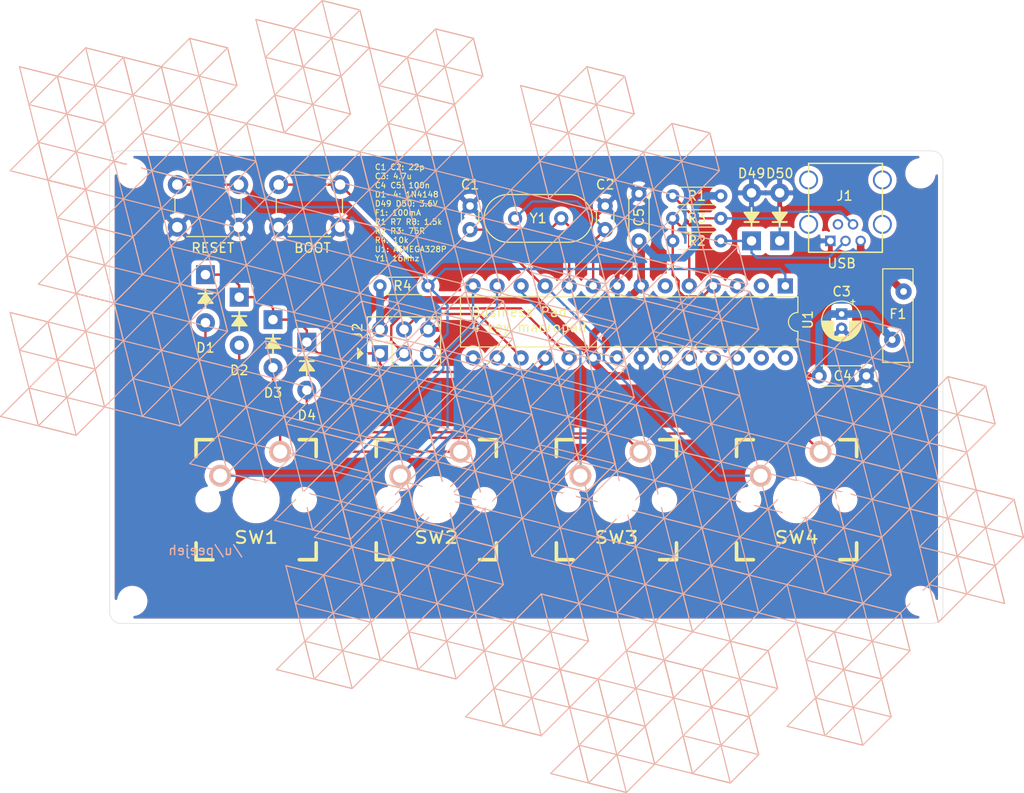
<source format=kicad_pcb>
(kicad_pcb (version 20171130) (host pcbnew "(5.1.4-0-10_14)")
  (layers (0 F.Cu signal) (31 B.Cu signal) (34 B.Paste user) (35 F.Paste user) (36 B.SilkS user) (37 F.SilkS user) (38 B.Mask user) (39 F.Mask user) (44 Edge.Cuts user))
  (net 0 "")
  (net 1 "Net-(C1-Pad1)")
  (net 2 GND)
  (net 3 "Net-(C2-Pad1)")
  (net 4 +5V)
  (net 5 "Net-(D1-Pad2)")
  (net 6 /ROW0)
  (net 7 "Net-(D2-Pad2)")
  (net 8 "Net-(D3-Pad2)")
  (net 9 "Net-(D4-Pad2)")
  (net 10 "Net-(D49-Pad1)")
  (net 11 "Net-(D50-Pad1)")
  (net 12 "Net-(F1-Pad1)")
  (net 13 "Net-(J1-Pad4)")
  (net 14 "Net-(J2-Pad3)")
  (net 15 "Net-(J2-Pad4)")
  (net 16 /RESET)
  (net 17 /USB_D+)
  (net 18 /USB_D-)
  (net 19 /COL0)
  (net 20 /COL1)
  (net 21 /COL2)
  (net 22 /COL3)
  (net 23 "Net-(U1-Pad2)")
  (net 24 "Net-(U1-Pad3)")
  (net 25 "Net-(U1-Pad26)")
  (net 26 "Net-(U1-Pad25)")
  (net 27 "Net-(U1-Pad24)")
  (net 28 "Net-(U1-Pad6)")
  (net 29 "Net-(U1-Pad23)")
  (net 30 "Net-(U1-Pad21)")
  (net 31 "Net-(U1-Pad15)")
  (net 32 "Net-(U1-Pad28)")
  (net 33 "Net-(U1-Pad27)")
  (net 34 "Net-(U1-Pad16)")
  (module Keyboard:Tripel (layer B.Cu) (at 150.01938 133.945875)
    (fp_text reference REF** hide)
    (fp_text value Tripel hide)
  )
  (module Keyboard:Tripel (layer B.Cu) (at 120.848945 107.1567)
    (fp_text reference REF** hide)
    (fp_text value Tripel hide)
  )
  (module Keyboard:DIODE (layer F.Cu) (at 112.514075 107.1567 270)
    (fp_text reference D1 (at 7.739095 -0.00046) (layer F.SilkS))
    (fp_text value 1N4148)
    (pad 2 thru_hole oval (at 5.08 0 270) (size 2 2) (drill 1) (layers *.Cu *.Mask) (net 5 "Net-(D1-Pad2)"))
    (pad 1 thru_hole rect (at 0 0 270) (size 2 2) (drill 1) (layers *.Cu *.Mask) (net 6 /ROW0))
  )
  (module Keyboard:DIODE (layer F.Cu) (at 119.658315 111.91922 270)
    (fp_text reference D3 (at 7.739095 0 180) (layer F.SilkS))
    (fp_text value 1N4148)
    (pad 2 thru_hole oval (at 5.08 0 270) (size 2 2) (drill 1) (layers *.Cu *.Mask) (net 8 "Net-(D3-Pad2)"))
    (pad 1 thru_hole rect (at 0 0 270) (size 2 2) (drill 1) (layers *.Cu *.Mask) (net 6 /ROW0))
  )
  (module Keyboard:DIODE (layer F.Cu) (at 123.230205 114.30048 270)
    (fp_text reference D4 (at 7.739095 0) (layer F.SilkS))
    (fp_text value 1N4148)
    (pad 2 thru_hole oval (at 5.08 0 270) (size 2 2) (drill 1) (layers *.Cu *.Mask) (net 9 "Net-(D4-Pad2)"))
    (pad 1 thru_hole rect (at 0 0 270) (size 2 2) (drill 1) (layers *.Cu *.Mask) (net 6 /ROW0))
  )
  (module Keyboard:DIODE (layer F.Cu) (at 170.259375 103.58438 90)
    (fp_text reference D49 (at 7.14335 0.000715) (layer F.SilkS))
    (fp_text value 3.6V)
    (pad 2 thru_hole oval (at 5.08 0 90) (size 2 2) (drill 1) (layers *.Cu *.Mask) (net 2 GND))
    (pad 1 thru_hole rect (at 0 0 90) (size 2 2) (drill 1) (layers *.Cu *.Mask) (net 10 "Net-(D49-Pad1)"))
  )
  (module Keyboard:DIODE (layer F.Cu) (at 173.236665 103.58438 90)
    (fp_text reference D50 (at 7.14335 0) (layer F.SilkS))
    (fp_text value 3.6V)
    (pad 2 thru_hole oval (at 5.08 0 90) (size 2 2) (drill 1) (layers *.Cu *.Mask) (net 2 GND))
    (pad 1 thru_hole rect (at 0 0 90) (size 2 2) (drill 1) (layers *.Cu *.Mask) (net 11 "Net-(D50-Pad1)"))
  )
  (module Keyboard:DIODE (layer F.Cu) (at 116.086425 109.53796 270)
    (fp_text reference D2 (at 7.739095 0 180) (layer F.SilkS))
    (fp_text value 1N4148)
    (pad 2 thru_hole oval (at 5.08 0 270) (size 2 2) (drill 1) (layers *.Cu *.Mask) (net 7 "Net-(D2-Pad2)"))
    (pad 1 thru_hole rect (at 0 0 270) (size 2 2) (drill 1) (layers *.Cu *.Mask) (net 6 /ROW0))
  )
  (module Package_DIP:DIP-28_W7.62mm (layer F.Cu) (at 173.83198 108.34733 270)
    (fp_text reference U1 (at 3.57189 -2.38126 90) (layer F.SilkS))
    (fp_text value ATMEGA328-PU)
    (pad 28 thru_hole oval (at 7.62 0 270) (size 1.6 1.6) (drill 0.8) (layers *.Cu *.Mask) (net 32 "Net-(U1-Pad28)"))
    (pad 14 thru_hole oval (at 0 33.02 270) (size 1.6 1.6) (drill 0.8) (layers *.Cu *.Mask) (net 19 /COL0))
    (pad 27 thru_hole oval (at 7.62 2.54 270) (size 1.6 1.6) (drill 0.8) (layers *.Cu *.Mask) (net 33 "Net-(U1-Pad27)"))
    (pad 13 thru_hole oval (at 0 30.48 270) (size 1.6 1.6) (drill 0.8) (layers *.Cu *.Mask) (net 20 /COL1))
    (pad 26 thru_hole oval (at 7.62 5.08 270) (size 1.6 1.6) (drill 0.8) (layers *.Cu *.Mask) (net 25 "Net-(U1-Pad26)"))
    (pad 12 thru_hole oval (at 0 27.94 270) (size 1.6 1.6) (drill 0.8) (layers *.Cu *.Mask) (net 21 /COL2))
    (pad 25 thru_hole oval (at 7.62 7.62 270) (size 1.6 1.6) (drill 0.8) (layers *.Cu *.Mask) (net 26 "Net-(U1-Pad25)"))
    (pad 11 thru_hole oval (at 0 25.4 270) (size 1.6 1.6) (drill 0.8) (layers *.Cu *.Mask) (net 22 /COL3))
    (pad 24 thru_hole oval (at 7.62 10.16 270) (size 1.6 1.6) (drill 0.8) (layers *.Cu *.Mask) (net 27 "Net-(U1-Pad24)"))
    (pad 10 thru_hole oval (at 0 22.86 270) (size 1.6 1.6) (drill 0.8) (layers *.Cu *.Mask) (net 1 "Net-(C1-Pad1)"))
    (pad 23 thru_hole oval (at 7.62 12.7 270) (size 1.6 1.6) (drill 0.8) (layers *.Cu *.Mask) (net 29 "Net-(U1-Pad23)"))
    (pad 9 thru_hole oval (at 0 20.32 270) (size 1.6 1.6) (drill 0.8) (layers *.Cu *.Mask) (net 3 "Net-(C2-Pad1)"))
    (pad 22 thru_hole oval (at 7.62 15.24 270) (size 1.6 1.6) (drill 0.8) (layers *.Cu *.Mask) (net 2 GND))
    (pad 8 thru_hole oval (at 0 17.78 270) (size 1.6 1.6) (drill 0.8) (layers *.Cu *.Mask) (net 2 GND))
    (pad 21 thru_hole oval (at 7.62 17.78 270) (size 1.6 1.6) (drill 0.8) (layers *.Cu *.Mask) (net 30 "Net-(U1-Pad21)"))
    (pad 7 thru_hole oval (at 0 15.24 270) (size 1.6 1.6) (drill 0.8) (layers *.Cu *.Mask) (net 4 +5V))
    (pad 20 thru_hole oval (at 7.62 20.32 270) (size 1.6 1.6) (drill 0.8) (layers *.Cu *.Mask) (net 4 +5V))
    (pad 6 thru_hole oval (at 0 12.7 270) (size 1.6 1.6) (drill 0.8) (layers *.Cu *.Mask) (net 28 "Net-(U1-Pad6)"))
    (pad 19 thru_hole oval (at 7.62 22.86 270) (size 1.6 1.6) (drill 0.8) (layers *.Cu *.Mask) (net 14 "Net-(J2-Pad3)"))
    (pad 5 thru_hole oval (at 0 10.16 270) (size 1.6 1.6) (drill 0.8) (layers *.Cu *.Mask) (net 18 /USB_D-))
    (pad 18 thru_hole oval (at 7.62 25.4 270) (size 1.6 1.6) (drill 0.8) (layers *.Cu *.Mask) (net 6 /ROW0))
    (pad 4 thru_hole oval (at 0 7.62 270) (size 1.6 1.6) (drill 0.8) (layers *.Cu *.Mask) (net 17 /USB_D+))
    (pad 17 thru_hole oval (at 7.62 27.94 270) (size 1.6 1.6) (drill 0.8) (layers *.Cu *.Mask) (net 15 "Net-(J2-Pad4)"))
    (pad 3 thru_hole oval (at 0 5.08 270) (size 1.6 1.6) (drill 0.8) (layers *.Cu *.Mask) (net 24 "Net-(U1-Pad3)"))
    (pad 16 thru_hole oval (at 7.62 30.48 270) (size 1.6 1.6) (drill 0.8) (layers *.Cu *.Mask) (net 34 "Net-(U1-Pad16)"))
    (pad 2 thru_hole oval (at 0 2.54 270) (size 1.6 1.6) (drill 0.8) (layers *.Cu *.Mask) (net 23 "Net-(U1-Pad2)"))
    (pad 15 thru_hole oval (at 7.62 33.02 270) (size 1.6 1.6) (drill 0.8) (layers *.Cu *.Mask) (net 31 "Net-(U1-Pad15)"))
    (pad 1 thru_hole rect (at 0 0 270) (size 1.6 1.6) (drill 0.8) (layers *.Cu *.Mask) (net 16 /RESET))
  )
  (module Connector_PinHeader_2.54mm:PinHeader_2x03_P2.54mm_Vertical (layer F.Cu) (at 130.96875 115.490625 90)
    (fp_text reference J2 (at 2.380775 -2.38071 90) (layer F.SilkS))
    (fp_text value AVR_ISP_6)
    (pad 6 thru_hole oval (at 2.54 5.08 90) (size 1.7 1.7) (drill 1) (layers *.Cu *.Mask) (net 2 GND))
    (pad 5 thru_hole oval (at 0 5.08 90) (size 1.7 1.7) (drill 1) (layers *.Cu *.Mask) (net 16 /RESET))
    (pad 4 thru_hole oval (at 2.54 2.54 90) (size 1.7 1.7) (drill 1) (layers *.Cu *.Mask) (net 15 "Net-(J2-Pad4)"))
    (pad 3 thru_hole oval (at 0 2.54 90) (size 1.7 1.7) (drill 1) (layers *.Cu *.Mask) (net 14 "Net-(J2-Pad3)"))
    (pad 2 thru_hole oval (at 2.54 0 90) (size 1.7 1.7) (drill 1) (layers *.Cu *.Mask) (net 4 +5V))
    (pad 1 thru_hole rect (at 0 0 90) (size 1.7 1.7) (drill 1) (layers *.Cu *.Mask) (net 6 /ROW0))
  )
  (module Crystal:Crystal_HC49-4H_Vertical (layer F.Cu) (at 145.25625 101.203135)
    (fp_text reference Y1 (at 2.44 0.000415) (layer F.SilkS))
    (fp_text value 16MHz)
    (pad 1 thru_hole circle (at 0 0) (size 1.5 1.5) (drill 0.8) (layers *.Cu *.Mask) (net 3 "Net-(C2-Pad1)"))
    (pad 2 thru_hole circle (at 4.88 0) (size 1.5 1.5) (drill 0.8) (layers *.Cu *.Mask) (net 1 "Net-(C1-Pad1)"))
  )
  (module Capacitor_THT:C_Disc_D3.0mm_W1.6mm_P2.50mm (layer F.Cu) (at 140.49375 102.39376 90)
    (fp_text reference C1 (at 4.7621 0.00059) (layer F.SilkS))
    (fp_text value 20p)
    (pad 1 thru_hole circle (at 0 0 90) (size 1.6 1.6) (drill 0.8) (layers *.Cu *.Mask) (net 1 "Net-(C1-Pad1)"))
    (pad 2 thru_hole circle (at 2.5 0 90) (size 1.6 1.6) (drill 0.8) (layers *.Cu *.Mask) (net 2 GND))
  )
  (module Capacitor_THT:C_Disc_D3.0mm_W1.6mm_P2.50mm (layer F.Cu) (at 154.78125 102.39376 90)
    (fp_text reference C2 (at 4.7621 0.00065 180) (layer F.SilkS))
    (fp_text value 20p)
    (pad 2 thru_hole circle (at 2.5 0 90) (size 1.6 1.6) (drill 0.8) (layers *.Cu *.Mask) (net 2 GND))
    (pad 1 thru_hole circle (at 0 0 90) (size 1.6 1.6) (drill 0.8) (layers *.Cu *.Mask) (net 3 "Net-(C2-Pad1)"))
  )
  (module Capacitor_THT:CP_Radial_D4.0mm_P1.50mm (layer F.Cu) (at 179.78513 111.323905 270)
    (fp_text reference C3 (at -2.380795 -0.000755 180) (layer F.SilkS))
    (fp_text value 4.7u)
    (pad 1 thru_hole rect (at 0 0 270) (size 1.2 1.2) (drill 0.6) (layers *.Cu *.Mask) (net 4 +5V))
    (pad 2 thru_hole circle (at 1.5 0 270) (size 1.2 1.2) (drill 0.6) (layers *.Cu *.Mask) (net 2 GND))
  )
  (module Capacitor_THT:C_Disc_D4.3mm_W1.9mm_P5.00mm (layer F.Cu) (at 177.403125 117.871875)
    (fp_text reference C4 (at 2.5 0.000495) (layer F.SilkS))
    (fp_text value 100n)
    (pad 1 thru_hole circle (at 0 0) (size 1.6 1.6) (drill 0.8) (layers *.Cu *.Mask) (net 4 +5V))
    (pad 2 thru_hole circle (at 5 0) (size 1.6 1.6) (drill 0.8) (layers *.Cu *.Mask) (net 2 GND))
  )
  (module Capacitor_THT:C_Disc_D4.3mm_W1.9mm_P5.00mm (layer F.Cu) (at 158.35379 103.58481 90)
    (fp_text reference C5 (at 2.5 0 90) (layer F.SilkS))
    (fp_text value 100n)
    (pad 2 thru_hole circle (at 5 0 90) (size 1.6 1.6) (drill 0.8) (layers *.Cu *.Mask) (net 2 GND))
    (pad 1 thru_hole circle (at 0 0 90) (size 1.6 1.6) (drill 0.8) (layers *.Cu *.Mask) (net 4 +5V))
  )
  (module MountingHole:MountingHole_2.2mm_M2 (layer F.Cu) (at 104.775 96.440625)
    (fp_text reference H1 hide)
    (fp_text value M2)
    (pad 1 np_thru_hole circle (at 0 0) (size 2.2 2.2) (drill 2.2) (layers *.Cu *.Mask))
  )
  (module MountingHole:MountingHole_2.2mm_M2 (layer F.Cu) (at 104.775 141.684375)
    (fp_text reference H2 hide)
    (fp_text value M2)
    (pad 1 np_thru_hole circle (at 0 0) (size 2.2 2.2) (drill 2.2) (layers *.Cu *.Mask))
  )
  (module MountingHole:MountingHole_2.2mm_M2 (layer F.Cu) (at 188.11875 141.684375)
    (fp_text reference H3 hide)
    (fp_text value M2)
    (pad 1 np_thru_hole circle (at 0 0) (size 2.2 2.2) (drill 2.2) (layers *.Cu *.Mask))
  )
  (module MountingHole:MountingHole_2.2mm_M2 (layer F.Cu) (at 188.11875 96.44103)
    (fp_text reference H4 hide)
    (fp_text value M2)
    (pad 1 np_thru_hole circle (at 0 0) (size 2.2 2.2) (drill 2.2) (layers *.Cu *.Mask))
  )
  (module Resistor_THT:R_Axial_DIN0204_L3.6mm_D1.6mm_P5.08mm_Horizontal (layer F.Cu) (at 161.925 98.82188)
    (fp_text reference R1 (at 2.54 0.00041) (layer F.SilkS))
    (fp_text value 1.5k)
    (pad 2 thru_hole oval (at 5.08 0) (size 1.4 1.4) (drill 0.7) (layers *.Cu *.Mask) (net 4 +5V))
    (pad 1 thru_hole circle (at 0 0) (size 1.4 1.4) (drill 0.7) (layers *.Cu *.Mask) (net 11 "Net-(D50-Pad1)"))
  )
  (module Resistor_THT:R_Axial_DIN0204_L3.6mm_D1.6mm_P5.08mm_Horizontal (layer F.Cu) (at 161.925 103.58438)
    (fp_text reference R2 (at 2.54 0.00043) (layer F.SilkS))
    (fp_text value 75R)
    (pad 1 thru_hole circle (at 0 0) (size 1.4 1.4) (drill 0.7) (layers *.Cu *.Mask) (net 17 /USB_D+))
    (pad 2 thru_hole oval (at 5.08 0) (size 1.4 1.4) (drill 0.7) (layers *.Cu *.Mask) (net 10 "Net-(D49-Pad1)"))
  )
  (module Resistor_THT:R_Axial_DIN0204_L3.6mm_D1.6mm_P5.08mm_Horizontal (layer F.Cu) (at 161.925 101.20313)
    (fp_text reference R3 (at 2.54 0.00042) (layer F.SilkS))
    (fp_text value 75R)
    (pad 2 thru_hole oval (at 5.08 0) (size 1.4 1.4) (drill 0.7) (layers *.Cu *.Mask) (net 11 "Net-(D50-Pad1)"))
    (pad 1 thru_hole circle (at 0 0) (size 1.4 1.4) (drill 0.7) (layers *.Cu *.Mask) (net 18 /USB_D-))
  )
  (module Resistor_THT:R_Axial_DIN0204_L3.6mm_D1.6mm_P5.08mm_Horizontal (layer F.Cu) (at 130.9693 108.34733)
    (fp_text reference R4 (at 2.38126 0.00041) (layer F.SilkS))
    (fp_text value 10k)
    (pad 1 thru_hole circle (at 0 0) (size 1.4 1.4) (drill 0.7) (layers *.Cu *.Mask) (net 4 +5V))
    (pad 2 thru_hole oval (at 5.08 0) (size 1.4 1.4) (drill 0.7) (layers *.Cu *.Mask) (net 16 /RESET))
  )
  (module Keyboard:MX (layer F.Cu) (at 117.871875 130.96875)
    (fp_text reference SW1 (at 0 4) (layer F.SilkS) (effects (font (size 1.27 1.524) (thickness 0.2032))))
    (fp_text value SW_Push hide)
    (pad 1 thru_hole circle (at 2.54 -5.08) (size 2.286 2.286) (drill 1.4986) (layers *.Cu *.SilkS *.Mask) (net 5 "Net-(D1-Pad2)"))
    (pad 2 thru_hole circle (at -3.81 -2.54) (size 2.286 2.286) (drill 1.4986) (layers *.Cu *.SilkS *.Mask) (net 19 /COL0))
    (pad HOLE np_thru_hole circle (at 0 0) (size 3.9878 3.9878) (drill 3.9878) (layers *.Cu))
    (pad "" np_thru_hole circle (at -5.08 0) (size 1.7018 1.7018) (drill 1.7018) (layers *.Cu *.Mask))
    (pad "" np_thru_hole circle (at 5.08 0) (size 1.7018 1.7018) (drill 1.7018) (layers *.Cu *.Mask))
  )
  (module Keyboard:MX (layer F.Cu) (at 136.921875 130.96875)
    (fp_text reference SW2 (at 0 4) (layer F.SilkS) (effects (font (size 1.27 1.524) (thickness 0.2032))))
    (fp_text value SW_Push hide)
    (pad 1 thru_hole circle (at 2.54 -5.08) (size 2.286 2.286) (drill 1.4986) (layers *.Cu *.SilkS *.Mask) (net 7 "Net-(D2-Pad2)"))
    (pad 2 thru_hole circle (at -3.81 -2.54) (size 2.286 2.286) (drill 1.4986) (layers *.Cu *.SilkS *.Mask) (net 20 /COL1))
    (pad HOLE np_thru_hole circle (at 0 0) (size 3.9878 3.9878) (drill 3.9878) (layers *.Cu))
    (pad "" np_thru_hole circle (at -5.08 0) (size 1.7018 1.7018) (drill 1.7018) (layers *.Cu *.Mask))
    (pad "" np_thru_hole circle (at 5.08 0) (size 1.7018 1.7018) (drill 1.7018) (layers *.Cu *.Mask))
  )
  (module Keyboard:MX (layer F.Cu) (at 155.971875 130.96875)
    (fp_text reference SW3 (at 0 4) (layer F.SilkS) (effects (font (size 1.27 1.524) (thickness 0.2032))))
    (fp_text value SW_Push hide)
    (pad "" np_thru_hole circle (at 5.08 0) (size 1.7018 1.7018) (drill 1.7018) (layers *.Cu *.Mask))
    (pad "" np_thru_hole circle (at -5.08 0) (size 1.7018 1.7018) (drill 1.7018) (layers *.Cu *.Mask))
    (pad HOLE np_thru_hole circle (at 0 0) (size 3.9878 3.9878) (drill 3.9878) (layers *.Cu))
    (pad 2 thru_hole circle (at -3.81 -2.54) (size 2.286 2.286) (drill 1.4986) (layers *.Cu *.SilkS *.Mask) (net 21 /COL2))
    (pad 1 thru_hole circle (at 2.54 -5.08) (size 2.286 2.286) (drill 1.4986) (layers *.Cu *.SilkS *.Mask) (net 8 "Net-(D3-Pad2)"))
  )
  (module Keyboard:MX (layer F.Cu) (at 175.021875 130.96875)
    (fp_text reference SW4 (at 0 4) (layer F.SilkS) (effects (font (size 1.27 1.524) (thickness 0.2032))))
    (fp_text value SW_Push hide)
    (pad 1 thru_hole circle (at 2.54 -5.08) (size 2.286 2.286) (drill 1.4986) (layers *.Cu *.SilkS *.Mask) (net 9 "Net-(D4-Pad2)"))
    (pad 2 thru_hole circle (at -3.81 -2.54) (size 2.286 2.286) (drill 1.4986) (layers *.Cu *.SilkS *.Mask) (net 22 /COL3))
    (pad HOLE np_thru_hole circle (at 0 0) (size 3.9878 3.9878) (drill 3.9878) (layers *.Cu))
    (pad "" np_thru_hole circle (at -5.08 0) (size 1.7018 1.7018) (drill 1.7018) (layers *.Cu *.Mask))
    (pad "" np_thru_hole circle (at 5.08 0) (size 1.7018 1.7018) (drill 1.7018) (layers *.Cu *.Mask))
  )
  (module Button_Switch_THT:SW_PUSH_6mm (layer F.Cu) (at 109.5375 97.63125)
    (fp_text reference SW50 hide)
    (fp_text value RESET (at 3.75 6.7) (layer F.SilkS))
    (pad 1 thru_hole circle (at 6.5 0 90) (size 2 2) (drill 1.1) (layers *.Cu *.Mask) (net 16 /RESET))
    (pad 2 thru_hole circle (at 6.5 4.5 90) (size 2 2) (drill 1.1) (layers *.Cu *.Mask) (net 2 GND))
    (pad 1 thru_hole circle (at 0 0 90) (size 2 2) (drill 1.1) (layers *.Cu *.Mask) (net 16 /RESET))
    (pad 2 thru_hole circle (at 0 4.5 90) (size 2 2) (drill 1.1) (layers *.Cu *.Mask) (net 2 GND))
  )
  (module Button_Switch_THT:SW_PUSH_6mm (layer F.Cu) (at 120.253125 97.63125)
    (fp_text reference SW51 hide)
    (fp_text value BOOT (at 3.572395 6.7) (layer F.SilkS))
    (pad 2 thru_hole circle (at 0 4.5 90) (size 2 2) (drill 1.1) (layers *.Cu *.Mask) (net 2 GND))
    (pad 1 thru_hole circle (at 0 0 90) (size 2 2) (drill 1.1) (layers *.Cu *.Mask) (net 22 /COL3))
    (pad 2 thru_hole circle (at 6.5 4.5 90) (size 2 2) (drill 1.1) (layers *.Cu *.Mask) (net 2 GND))
    (pad 1 thru_hole circle (at 6.5 0 90) (size 2 2) (drill 1.1) (layers *.Cu *.Mask) (net 22 /COL3))
  )
  (module Fuse:Fuse_Bourns_MF-RHT100 (layer F.Cu) (at 186.333595 108.942645 270)
    (fp_text reference F1 (at 2.38078 0.595315 180) (layer F.SilkS))
    (fp_text value 100mA)
    (pad 1 thru_hole circle (at 0 0 270) (size 1.71 1.71) (drill 0.71) (layers *.Cu *.Mask) (net 12 "Net-(F1-Pad1)"))
    (pad 2 thru_hole circle (at 5.1 1.2 270) (size 1.71 1.71) (drill 0.71) (layers *.Cu *.Mask) (net 4 +5V))
  )
  (module Keyboard:USB_Mini-B (layer F.Cu) (at 178.59375 103.584375)
    (fp_text reference J1 (at 1.5 -4.762085) (layer F.SilkS))
    (fp_text value USB_OTG)
    (pad 5 thru_hole rect (at 0 0) (size 1.1 1.1) (drill 0.7) (layers *.Cu *.Mask) (net 2 GND))
    (pad 4 thru_hole circle (at 0.8 -1.75) (size 1.1 1.1) (drill 0.7) (layers *.Cu *.Mask) (net 13 "Net-(J1-Pad4)"))
    (pad 3 thru_hole circle (at 1.6 0) (size 1.1 1.1) (drill 0.7) (layers *.Cu *.Mask) (net 10 "Net-(D49-Pad1)"))
    (pad 2 thru_hole circle (at 2.4 -1.75) (size 1.1 1.1) (drill 0.7) (layers *.Cu *.Mask) (net 11 "Net-(D50-Pad1)"))
    (pad 1 thru_hole circle (at 3.2 0) (size 1.1 1.1) (drill 0.7) (layers *.Cu *.Mask) (net 12 "Net-(F1-Pad1)"))
    (pad "" thru_hole oval (at -2.3 -1.75) (size 2 2) (drill 1.6) (layers *.Cu *.Mask))
    (pad "" thru_hole oval (at -2.3 -6.45) (size 2 2) (drill 1.6) (layers *.Cu *.Mask))
    (pad "" thru_hole oval (at 5.5 -6.45) (size 2 2) (drill 1.6) (layers *.Cu *.Mask))
    (pad "" thru_hole oval (at 5.5 -1.75) (size 2 2) (drill 1.6) (layers *.Cu *.Mask))
  )
  (gr_text /u/peejeh (at 112.514535 136.327135) (layer B.SilkS) (effects (font (size 1 1)) (justify mirror)))
  (gr_text "Business Pad\n4 key macropad" (at 140.49434 111.91922) (layer F.SilkS) (effects (font (size 1 1)) (justify left)))
  (gr_poly (pts (xy 128.58804 114.895795) (xy 129.183355 115.49111) (xy 128.58804 116.086425)) (layer F.SilkS) (width 0.1))
  (gr_text "C1 C2: 22p\nC3: 4.7u\nC4 C5: 100n\nD1-4: 1N4148\nD49 D50: 3.6V\nF1: 100mA\nR1 R7 R8: 1.5k\nR2 R3: 75R\nR4: 10k\nU1: ATMEGA328P\nY1: 16Mhz" (at 130.373985 100.608235) (layer F.SilkS) (effects (font (size 0.6 0.6) (thickness 0.1)) (justify left)))
  (gr_text USB (at 179.78513 105.96607) (layer F.SilkS) (effects (font (size 1 1))))
  (gr_arc (start 189.309375 95.25) (end 190.5 95.25) (angle -90) (layer Edge.Cuts) (width 0.05))
  (gr_arc (start 189.309375 142.875) (end 189.309375 144.065625) (angle -90) (layer Edge.Cuts) (width 0.05))
  (gr_arc (start 103.584375 142.875) (end 102.39375 142.875) (angle -90) (layer Edge.Cuts) (width 0.05))
  (gr_arc (start 103.584375 95.25) (end 103.584375 94.059375) (angle -90) (layer Edge.Cuts) (width 0.05))
  (gr_line (start 103.584375 94.059375) (end 189.309375 94.059375) (layer Edge.Cuts) (width 0.05))
  (gr_line (start 190.5 95.25) (end 190.5 142.875) (layer Edge.Cuts) (width 0.05))
  (gr_line (start 103.584375 144.065625) (end 189.309375 144.065625) (layer Edge.Cuts) (width 0.05))
  (gr_line (start 102.39375 95.25) (end 102.39375 142.875) (layer Edge.Cuts) (width 0.05))
  (segment (start 148.945625 102.39376) (end 150.13625 101.203135) (width 0.25) (layer F.Cu) (net 1))
  (segment (start 140.49375 102.39376) (end 148.945625 102.39376) (width 0.25) (layer F.Cu) (net 1))
  (segment (start 150.97125 102.038135) (end 150.13625 101.203135) (width 0.25) (layer F.Cu) (net 1))
  (segment (start 150.97125 108.3466) (end 150.97125 102.038135) (width 0.25) (layer F.Cu) (net 1))
  (segment (start 150.97198 108.34733) (end 150.97125 108.3466) (width 0.25) (layer F.Cu) (net 1))
  (segment (start 153.51125 103.66376) (end 154.78125 102.39376) (width 0.25) (layer F.Cu) (net 3))
  (segment (start 153.51125 108.3466) (end 153.51125 103.66483) (width 0.25) (layer F.Cu) (net 3))
  (segment (start 153.51198 108.34733) (end 153.51125 108.3466) (width 0.25) (layer F.Cu) (net 3))
  (segment (start 151.805095 99.417605) (end 147.04178 99.417605) (width 0.25) (layer B.Cu) (net 3))
  (segment (start 147.04178 99.417605) (end 145.25625 101.203135) (width 0.25) (layer B.Cu) (net 3))
  (segment (start 154.78125 102.39376) (end 151.805095 99.417605) (width 0.25) (layer B.Cu) (net 3))
  (segment (start 153.51125 115.845625) (end 153.51125 116.125625) (width 0.25) (layer F.Cu) (net 4))
  (segment (start 176.271755 117.871875) (end 177.403125 117.871875) (width 0.25) (layer F.Cu) (net 4))
  (segment (start 154.9775 117.871875) (end 176.271755 117.871875) (width 0.8) (layer F.Cu) (net 4))
  (segment (start 153.51125 116.405625) (end 154.9775 117.871875) (width 0.8) (layer F.Cu) (net 4))
  (segment (start 153.51125 116.125625) (end 153.51125 116.405625) (width 0.25) (layer F.Cu) (net 4))
  (segment (start 158.59125 103.82227) (end 158.35379 103.58481) (width 0.25) (layer F.Cu) (net 4))
  (segment (start 130.96875 112.950625) (end 130.96875 111.748544) (width 0.8) (layer F.Cu) (net 4))
  (segment (start 130.96875 111.748544) (end 132.888723 109.828571) (width 0.8) (layer F.Cu) (net 4))
  (segment (start 132.888723 109.828571) (end 147.494196 109.828571) (width 0.8) (layer F.Cu) (net 4))
  (segment (start 147.494196 109.828571) (end 153.51125 115.845625) (width 0.8) (layer F.Cu) (net 4))
  (segment (start 160.139735 105.370755) (end 159.153789 104.384809) (width 0.8) (layer B.Cu) (net 4))
  (segment (start 164.30694 104.180125) (end 163.11631 105.370755) (width 0.8) (layer B.Cu) (net 4))
  (segment (start 159.153789 104.384809) (end 158.35379 103.58481) (width 0.8) (layer B.Cu) (net 4))
  (segment (start 164.30694 99.973798) (end 164.30694 104.180125) (width 0.8) (layer B.Cu) (net 4))
  (segment (start 165.458858 98.82188) (end 164.30694 99.973798) (width 0.8) (layer B.Cu) (net 4))
  (segment (start 163.11631 105.370755) (end 160.139735 105.370755) (width 0.8) (layer B.Cu) (net 4))
  (segment (start 167.005 98.82188) (end 165.458858 98.82188) (width 0.8) (layer B.Cu) (net 4))
  (segment (start 158.59125 108.34806) (end 158.59125 103.82227) (width 0.8) (layer F.Cu) (net 4))
  (segment (start 153.51125 113.42806) (end 158.59125 108.34806) (width 0.8) (layer F.Cu) (net 4))
  (segment (start 153.51125 116.125625) (end 153.51125 113.42806) (width 0.8) (layer F.Cu) (net 4))
  (segment (start 178.5945 111.323905) (end 182.761705 111.323905) (width 0.8) (layer B.Cu) (net 4))
  (segment (start 182.761705 111.323905) (end 185.133595 114.042645) (width 0.8) (layer B.Cu) (net 4))
  (segment (start 177.403125 112.514535) (end 178.5945 111.323905) (width 0.8) (layer B.Cu) (net 4))
  (segment (start 177.403125 117.871875) (end 177.403125 112.514535) (width 0.8) (layer B.Cu) (net 4))
  (segment (start 130.96875 108.34788) (end 130.96875 112.950625) (width 0.8) (layer B.Cu) (net 4))
  (segment (start 130.9693 108.34733) (end 130.96875 108.34788) (width 0.8) (layer B.Cu) (net 4))
  (segment (start 112.514075 114.30002) (end 120.411875 122.19782) (width 0.25) (layer F.Cu) (net 5))
  (segment (start 112.514075 112.2367) (end 112.514075 114.30002) (width 0.25) (layer F.Cu) (net 5))
  (segment (start 120.411875 122.19782) (end 120.411875 125.88875) (width 0.25) (layer F.Cu) (net 5))
  (segment (start 148.43125 116.405625) (end 148.43125 116.125625) (width 0.25) (layer F.Cu) (net 6))
  (segment (start 147.38624 117.450635) (end 148.43125 116.405625) (width 0.25) (layer F.Cu) (net 6))
  (segment (start 131.82876 117.450635) (end 147.38624 117.450635) (width 0.25) (layer F.Cu) (net 6))
  (segment (start 130.96875 116.590625) (end 131.82876 117.450635) (width 0.25) (layer F.Cu) (net 6))
  (segment (start 130.96875 115.490625) (end 130.96875 116.590625) (width 0.25) (layer F.Cu) (net 6))
  (segment (start 124.42035 115.490625) (end 123.230205 114.30048) (width 0.25) (layer F.Cu) (net 6))
  (segment (start 130.96875 115.490625) (end 124.42035 115.490625) (width 0.25) (layer F.Cu) (net 6))
  (segment (start 120.908315 111.91922) (end 119.658315 111.91922) (width 0.25) (layer F.Cu) (net 6))
  (segment (start 122.098945 111.91922) (end 120.908315 111.91922) (width 0.25) (layer F.Cu) (net 6))
  (segment (start 123.230205 113.05048) (end 122.098945 111.91922) (width 0.25) (layer F.Cu) (net 6))
  (segment (start 123.230205 114.30048) (end 123.230205 113.05048) (width 0.25) (layer F.Cu) (net 6))
  (segment (start 118.527055 109.53796) (end 117.336425 109.53796) (width 0.25) (layer F.Cu) (net 6))
  (segment (start 119.658315 110.66922) (end 118.527055 109.53796) (width 0.25) (layer F.Cu) (net 6))
  (segment (start 117.336425 109.53796) (end 116.086425 109.53796) (width 0.25) (layer F.Cu) (net 6))
  (segment (start 119.658315 111.91922) (end 119.658315 110.66922) (width 0.25) (layer F.Cu) (net 6))
  (segment (start 113.764075 107.1567) (end 112.514075 107.1567) (width 0.25) (layer F.Cu) (net 6))
  (segment (start 114.955165 107.1567) (end 113.764075 107.1567) (width 0.25) (layer F.Cu) (net 6))
  (segment (start 116.086425 108.28796) (end 114.955165 107.1567) (width 0.25) (layer F.Cu) (net 6))
  (segment (start 116.086425 109.53796) (end 116.086425 108.28796) (width 0.25) (layer F.Cu) (net 6))
  (segment (start 116.086425 114.61796) (end 116.086425 117.235959) (width 0.25) (layer F.Cu) (net 7))
  (segment (start 116.086425 117.235959) (end 124.739216 125.88875) (width 0.25) (layer F.Cu) (net 7))
  (segment (start 124.739216 125.88875) (end 137.845429 125.88875) (width 0.25) (layer F.Cu) (net 7))
  (segment (start 137.845429 125.88875) (end 139.461875 125.88875) (width 0.25) (layer F.Cu) (net 7))
  (segment (start 119.658315 116.99922) (end 119.658315 119.699411) (width 0.25) (layer F.Cu) (net 8))
  (segment (start 157.368876 124.745751) (end 158.511875 125.88875) (width 0.25) (layer F.Cu) (net 8))
  (segment (start 119.658315 119.699411) (end 124.379654 124.42075) (width 0.25) (layer F.Cu) (net 8))
  (segment (start 157.043875 124.42075) (end 157.368876 124.745751) (width 0.25) (layer F.Cu) (net 8))
  (segment (start 124.379654 124.42075) (end 157.043875 124.42075) (width 0.25) (layer F.Cu) (net 8))
  (segment (start 140.249862 123.970739) (end 175.643864 123.970739) (width 0.25) (layer F.Cu) (net 9))
  (segment (start 140.104643 123.82552) (end 140.249862 123.970739) (width 0.25) (layer F.Cu) (net 9))
  (segment (start 124.420835 123.82552) (end 140.104643 123.82552) (width 0.25) (layer F.Cu) (net 9))
  (segment (start 123.230205 122.63489) (end 124.420835 123.82552) (width 0.25) (layer F.Cu) (net 9))
  (segment (start 123.230205 119.38048) (end 123.230205 122.63489) (width 0.25) (layer F.Cu) (net 9))
  (segment (start 176.418876 124.745751) (end 177.561875 125.88875) (width 0.25) (layer F.Cu) (net 9))
  (segment (start 175.643864 123.970739) (end 176.418876 124.745751) (width 0.25) (layer F.Cu) (net 9))
  (segment (start 167.005 103.58438) (end 170.259375 103.58438) (width 0.25) (layer B.Cu) (net 10))
  (segment (start 170.259375 103.58438) (end 170.259375 103.788132) (width 0.25) (layer F.Cu) (net 10))
  (segment (start 179.643751 104.134374) (end 180.19375 103.584375) (width 0.25) (layer B.Cu) (net 10))
  (segment (start 170.259375 104.83438) (end 170.79575 105.370755) (width 0.25) (layer B.Cu) (net 10))
  (segment (start 178.40737 105.370755) (end 179.643751 104.134374) (width 0.25) (layer B.Cu) (net 10))
  (segment (start 170.79575 105.370755) (end 178.40737 105.370755) (width 0.25) (layer B.Cu) (net 10))
  (segment (start 170.259375 103.58438) (end 170.259375 104.83438) (width 0.25) (layer B.Cu) (net 10))
  (segment (start 164.30625 101.20313) (end 161.925 98.82188) (width 0.25) (layer F.Cu) (net 11))
  (segment (start 167.005 101.20313) (end 164.30625 101.20313) (width 0.25) (layer F.Cu) (net 11))
  (segment (start 173.236665 101.20355) (end 172.64135 101.20355) (width 0.25) (layer B.Cu) (net 11))
  (segment (start 173.236245 101.20313) (end 173.236665 101.20355) (width 0.25) (layer B.Cu) (net 11))
  (segment (start 167.005 101.20313) (end 173.236245 101.20313) (width 0.25) (layer B.Cu) (net 11))
  (segment (start 179.668749 100.509374) (end 180.443751 101.284376) (width 0.25) (layer B.Cu) (net 11))
  (segment (start 180.443751 101.284376) (end 180.99375 101.834375) (width 0.25) (layer B.Cu) (net 11))
  (segment (start 173.930841 100.509374) (end 179.668749 100.509374) (width 0.25) (layer B.Cu) (net 11))
  (segment (start 173.236665 101.20355) (end 173.930841 100.509374) (width 0.25) (layer B.Cu) (net 11))
  (segment (start 173.236665 103.58438) (end 173.236665 101.20355) (width 0.25) (layer B.Cu) (net 11))
  (segment (start 181.79375 104.552765) (end 186.333595 108.942645) (width 0.8) (layer F.Cu) (net 12))
  (segment (start 181.79375 103.584375) (end 181.79375 104.552765) (width 0.8) (layer F.Cu) (net 12))
  (segment (start 132.15993 112.560443) (end 133.991783 110.72859) (width 0.25) (layer F.Cu) (net 14))
  (segment (start 145.854215 110.72859) (end 150.97125 115.845625) (width 0.25) (layer F.Cu) (net 14))
  (segment (start 133.991783 110.72859) (end 145.854215 110.72859) (width 0.25) (layer F.Cu) (net 14))
  (segment (start 132.15993 114.141805) (end 132.15993 112.560443) (width 0.25) (layer F.Cu) (net 14))
  (segment (start 150.97125 115.845625) (end 150.97125 116.125625) (width 0.25) (layer F.Cu) (net 14))
  (segment (start 133.50875 115.490625) (end 132.15993 114.141805) (width 0.25) (layer F.Cu) (net 14))
  (segment (start 141.36953 111.323905) (end 145.89125 115.845625) (width 0.25) (layer F.Cu) (net 15))
  (segment (start 135.13547 111.323905) (end 141.36953 111.323905) (width 0.25) (layer F.Cu) (net 15))
  (segment (start 145.89125 115.845625) (end 145.89125 116.125625) (width 0.25) (layer F.Cu) (net 15))
  (segment (start 133.50875 112.950625) (end 135.13547 111.323905) (width 0.25) (layer F.Cu) (net 15))
  (segment (start 109.5375 97.63125) (end 116.0375 97.63125) (width 0.25) (layer F.Cu) (net 16))
  (segment (start 173.236665 106.561385) (end 137.835245 106.561385) (width 0.25) (layer B.Cu) (net 16))
  (segment (start 173.83198 107.1567) (end 173.236665 106.561385) (width 0.25) (layer B.Cu) (net 16))
  (segment (start 137.835245 106.561385) (end 136.0493 108.34733) (width 0.25) (layer B.Cu) (net 16))
  (segment (start 173.83198 108.34733) (end 173.83198 107.1567) (width 0.25) (layer B.Cu) (net 16))
  (segment (start 138.11308 110.41111) (end 136.0493 108.34733) (width 0.25) (layer B.Cu) (net 16))
  (segment (start 138.11308 113.426295) (end 138.11308 110.41111) (width 0.25) (layer B.Cu) (net 16))
  (segment (start 136.04875 115.490625) (end 138.11308 113.426295) (width 0.25) (layer B.Cu) (net 16))
  (segment (start 136.0493 108.069495) (end 136.0493 108.34733) (width 0.25) (layer B.Cu) (net 16))
  (segment (start 127.992725 100.01292) (end 136.0493 108.069495) (width 0.25) (layer B.Cu) (net 16))
  (segment (start 118.41917 100.01292) (end 127.992725 100.01292) (width 0.25) (layer B.Cu) (net 16))
  (segment (start 116.0375 97.63125) (end 118.41917 100.01292) (width 0.25) (layer B.Cu) (net 16))
  (segment (start 165.411981 109.147329) (end 166.21198 108.34733) (width 0.25) (layer F.Cu) (net 17))
  (segment (start 163.131979 109.472331) (end 165.086979 109.472331) (width 0.25) (layer F.Cu) (net 17))
  (segment (start 162.546979 107.807329) (end 162.546979 108.887331) (width 0.25) (layer F.Cu) (net 17))
  (segment (start 165.086979 109.472331) (end 165.411981 109.147329) (width 0.25) (layer F.Cu) (net 17))
  (segment (start 162.546979 108.887331) (end 163.131979 109.472331) (width 0.25) (layer F.Cu) (net 17))
  (segment (start 161.925 107.18535) (end 162.546979 107.807329) (width 0.25) (layer F.Cu) (net 17))
  (segment (start 161.925 101.20312) (end 161.925 107.18535) (width 0.25) (layer F.Cu) (net 17))
  (segment (start 163.67125 102.94938) (end 161.925 101.20313) (width 0.25) (layer F.Cu) (net 18))
  (segment (start 163.67125 104.14001) (end 163.67125 102.94938) (width 0.25) (layer F.Cu) (net 18))
  (segment (start 163.67198 104.220684) (end 163.671523 104.220227) (width 0.25) (layer F.Cu) (net 18))
  (segment (start 163.67198 108.34733) (end 163.67198 104.220684) (width 0.25) (layer F.Cu) (net 18))
  (segment (start 140.81198 112.466396) (end 137.663069 115.615307) (width 0.25) (layer B.Cu) (net 19))
  (segment (start 140.81198 108.34733) (end 140.81198 112.466396) (width 0.25) (layer B.Cu) (net 19))
  (segment (start 137.663069 117.131751) (end 126.36607 128.42875) (width 0.25) (layer B.Cu) (net 19))
  (segment (start 137.663069 115.615307) (end 137.663069 117.131751) (width 0.25) (layer B.Cu) (net 19))
  (segment (start 126.36607 128.42875) (end 115.678321 128.42875) (width 0.25) (layer B.Cu) (net 19))
  (segment (start 115.678321 128.42875) (end 114.061875 128.42875) (width 0.25) (layer B.Cu) (net 19))
  (segment (start 138.11308 123.427545) (end 134.254874 127.285751) (width 0.25) (layer B.Cu) (net 20))
  (segment (start 143.35125 110.563537) (end 138.11308 115.801707) (width 0.25) (layer B.Cu) (net 20))
  (segment (start 143.35125 108.34806) (end 143.35125 110.563537) (width 0.25) (layer B.Cu) (net 20))
  (segment (start 143.35198 108.34733) (end 143.35125 108.34806) (width 0.25) (layer B.Cu) (net 20))
  (segment (start 138.11308 115.801707) (end 138.11308 123.427545) (width 0.25) (layer B.Cu) (net 20))
  (segment (start 134.254874 127.285751) (end 133.111875 128.42875) (width 0.25) (layer B.Cu) (net 20))
  (segment (start 152.161875 126.812304) (end 152.161875 128.42875) (width 0.25) (layer B.Cu) (net 21))
  (segment (start 152.161875 115.252345) (end 152.161875 126.812304) (width 0.25) (layer B.Cu) (net 21))
  (segment (start 145.89198 108.98245) (end 152.161875 115.252345) (width 0.25) (layer B.Cu) (net 21))
  (segment (start 145.89198 108.34733) (end 145.89198 108.98245) (width 0.25) (layer B.Cu) (net 21))
  (segment (start 126.753125 97.63125) (end 120.253125 97.63125) (width 0.25) (layer F.Cu) (net 22))
  (segment (start 148.43125 108.3466) (end 148.43198 108.34733) (width 0.25) (layer B.Cu) (net 22))
  (segment (start 149.231979 109.147329) (end 148.43198 108.34733) (width 0.25) (layer B.Cu) (net 22))
  (segment (start 154.636981 114.552331) (end 149.231979 109.147329) (width 0.25) (layer B.Cu) (net 22))
  (segment (start 154.636981 116.217333) (end 154.636981 114.552331) (width 0.25) (layer B.Cu) (net 22))
  (segment (start 166.848398 128.42875) (end 154.636981 116.217333) (width 0.25) (layer B.Cu) (net 22))
  (segment (start 171.211875 128.42875) (end 166.848398 128.42875) (width 0.25) (layer B.Cu) (net 22))
  (segment (start 127.753124 98.631249) (end 126.753125 97.63125) (width 0.25) (layer F.Cu) (net 22))
  (segment (start 144.661545 104.77544) (end 133.897315 104.77544) (width 0.25) (layer F.Cu) (net 22))
  (segment (start 148.233435 108.34733) (end 144.661545 104.77544) (width 0.25) (layer F.Cu) (net 22))
  (segment (start 133.897315 104.77544) (end 127.753124 98.631249) (width 0.25) (layer F.Cu) (net 22))
  (segment (start 148.43198 108.34733) (end 148.233435 108.34733) (width 0.25) (layer F.Cu) (net 22))
  (zone (net 2) (net_name GND) (layer F.Cu) (connect_pads (clearance 0.508)) (min_thickness 0.254) (fill yes (arc_segments 32) (thermal_gap 0.508) (thermal_bridge_width 0.508))
    (polygon (pts (xy 102.39375 94.059375) (xy 190.5 94.059375) (xy 190.5 144.065625) (xy 102.39375 144.065625)))
  )
  (zone (net 2) (net_name GND) (layer B.Cu) (connect_pads (clearance 0.508)) (min_thickness 0.254) (fill yes (arc_segments 32) (thermal_gap 0.508) (thermal_bridge_width 0.508))
    (polygon (pts (xy 102.39375 94.059375) (xy 190.5 94.059375) (xy 190.5 144.065625) (xy 102.39375 144.065625)))
  )
)
</source>
